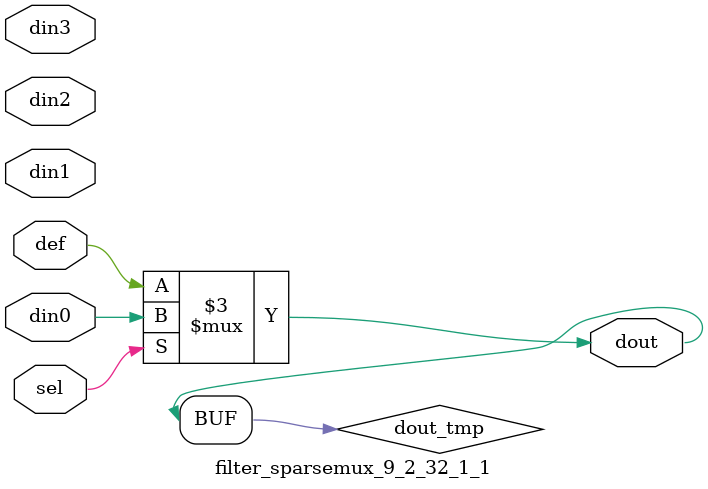
<source format=v>
`timescale 1ns / 1ps

module filter_sparsemux_9_2_32_1_1 (din0,din1,din2,din3,def,sel,dout);

parameter din0_WIDTH = 1;

parameter din1_WIDTH = 1;

parameter din2_WIDTH = 1;

parameter din3_WIDTH = 1;

parameter def_WIDTH = 1;
parameter sel_WIDTH = 1;
parameter dout_WIDTH = 1;

parameter [sel_WIDTH-1:0] CASE0 = 1;

parameter [sel_WIDTH-1:0] CASE1 = 1;

parameter [sel_WIDTH-1:0] CASE2 = 1;

parameter [sel_WIDTH-1:0] CASE3 = 1;

parameter ID = 1;
parameter NUM_STAGE = 1;



input [din0_WIDTH-1:0] din0;

input [din1_WIDTH-1:0] din1;

input [din2_WIDTH-1:0] din2;

input [din3_WIDTH-1:0] din3;

input [def_WIDTH-1:0] def;
input [sel_WIDTH-1:0] sel;

output [dout_WIDTH-1:0] dout;



reg [dout_WIDTH-1:0] dout_tmp;


always @ (*) begin
(* parallel_case *) case (sel)
    
    CASE0 : dout_tmp = din0;
    
    CASE1 : dout_tmp = din1;
    
    CASE2 : dout_tmp = din2;
    
    CASE3 : dout_tmp = din3;
    
    default : dout_tmp = def;
endcase
end


assign dout = dout_tmp;



endmodule

</source>
